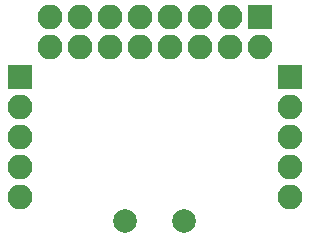
<source format=gbs>
G04 #@! TF.FileFunction,Soldermask,Bot*
%FSLAX46Y46*%
G04 Gerber Fmt 4.6, Leading zero omitted, Abs format (unit mm)*
G04 Created by KiCad (PCBNEW 4.0.6) date Sun Apr 30 19:13:02 2017*
%MOMM*%
%LPD*%
G01*
G04 APERTURE LIST*
%ADD10C,0.100000*%
%ADD11C,2.000000*%
%ADD12R,2.100000X2.100000*%
%ADD13O,2.100000X2.100000*%
G04 APERTURE END LIST*
D10*
D11*
X146050000Y-112522000D03*
X151050000Y-112522000D03*
D12*
X137160000Y-100330000D03*
D13*
X137160000Y-102870000D03*
X137160000Y-105410000D03*
X137160000Y-107950000D03*
X137160000Y-110490000D03*
D12*
X160020000Y-100330000D03*
D13*
X160020000Y-102870000D03*
X160020000Y-105410000D03*
X160020000Y-107950000D03*
X160020000Y-110490000D03*
D12*
X157480000Y-95250000D03*
D13*
X157480000Y-97790000D03*
X154940000Y-95250000D03*
X154940000Y-97790000D03*
X152400000Y-95250000D03*
X152400000Y-97790000D03*
X149860000Y-95250000D03*
X149860000Y-97790000D03*
X147320000Y-95250000D03*
X147320000Y-97790000D03*
X144780000Y-95250000D03*
X144780000Y-97790000D03*
X142240000Y-95250000D03*
X142240000Y-97790000D03*
X139700000Y-95250000D03*
X139700000Y-97790000D03*
M02*

</source>
